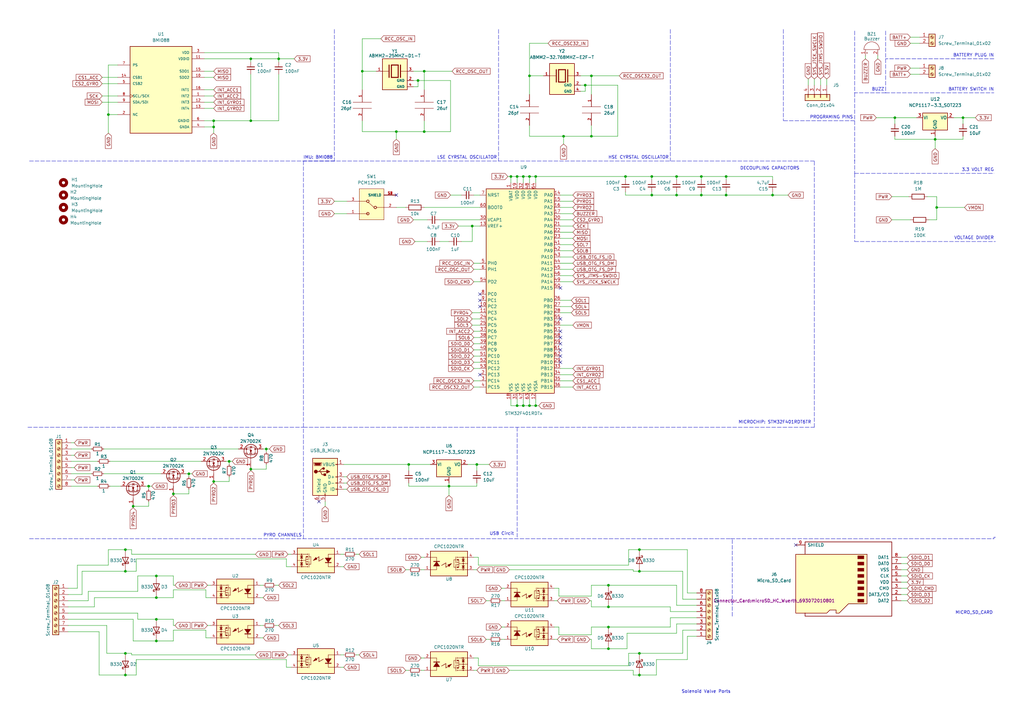
<source format=kicad_sch>
(kicad_sch (version 20211123) (generator eeschema)
  (paper "A3")
  (junction (at 162.56 53.975))
  (junction (at 287.655 72.39))
  (junction (at 394.97 48.26))
  (junction (at 173.99 53.975))
  (junction (at 51.435 234.315))
  (junction (at 87.63 52.07))
  (junction (at 249.555 248.92))
  (junction (at 249.555 266.065))
  (junction (at 297.815 80.01))
  (junction (at 231.14 55.88))
  (junction (at 93.98 189.23))
  (junction (at 173.99 29.21))
  (junction (at 209.55 72.39))
  (junction (at 171.45 33.02))
  (junction (at 114.3 24.13))
  (junction (at 102.87 24.13))
  (junction (at 262.255 276.86))
  (junction (at 87.63 197.485))
  (junction (at 102.87 192.405))
  (junction (at 64.135 262.89))
  (junction (at 44.45 46.99))
  (junction (at 217.17 166.37))
  (junction (at 64.135 245.11))
  (junction (at 316.865 80.01))
  (junction (at 212.09 72.39))
  (junction (at 267.335 80.01))
  (junction (at 167.64 190.5))
  (junction (at 212.09 166.37))
  (junction (at 384.175 85.09))
  (junction (at 51.435 276.86))
  (junction (at 214.63 72.39))
  (junction (at 51.435 225.425))
  (junction (at 219.71 166.37))
  (junction (at 102.87 49.53))
  (junction (at 184.15 199.39))
  (junction (at 242.57 31.115))
  (junction (at 262.255 225.425))
  (junction (at 219.71 72.39))
  (junction (at 267.335 72.39))
  (junction (at 60.96 199.39))
  (junction (at 262.255 234.315))
  (junction (at 277.495 72.39))
  (junction (at 242.57 55.88))
  (junction (at 77.47 194.31))
  (junction (at 64.135 236.22))
  (junction (at 54.61 207.645))
  (junction (at 277.495 80.01))
  (junction (at 287.655 80.01))
  (junction (at 383.54 57.15))
  (junction (at 193.675 92.71))
  (junction (at 297.815 72.39))
  (junction (at 64.135 254))
  (junction (at 367.03 48.26))
  (junction (at 249.555 240.03))
  (junction (at 256.54 72.39))
  (junction (at 249.555 257.175))
  (junction (at 214.63 166.37))
  (junction (at 240.03 34.925))
  (junction (at 109.22 184.15))
  (junction (at 148.59 29.21))
  (junction (at 195.58 190.5))
  (junction (at 262.255 267.97))
  (junction (at 217.17 31.115))
  (junction (at 71.12 202.565))
  (junction (at 51.435 267.97))
  (junction (at 87.63 49.53))
  (junction (at 217.17 72.39))
  (no_connect (at 229.87 118.11))
  (no_connect (at 229.87 146.05))
  (no_connect (at 196.85 123.19))
  (no_connect (at 196.85 153.67))
  (no_connect (at 229.87 130.81))
  (no_connect (at 130.81 205.74))
  (no_connect (at 196.85 125.73))
  (no_connect (at 229.87 140.97))
  (no_connect (at 229.87 143.51))
  (no_connect (at 196.85 120.65))
  (no_connect (at 229.87 138.43))
  (no_connect (at 162.56 80.01))
  (no_connect (at 229.87 148.59))
  (no_connect (at 326.39 223.52))
  (no_connect (at 229.87 135.89))
  (wire (pts (xy 287.655 78.74) (xy 287.655 80.01)))
  (wire (pts (xy 257.81 273.05) (xy 257.81 267.97)))
  (wire (pts (xy 114.3 24.13) (xy 114.3 25.4)))
  (wire (pts (xy 229.235 244.475) (xy 242.57 244.475)))
  (wire (pts (xy 217.17 17.78) (xy 224.79 17.78)))
  (wire (pts (xy 71.12 256.54) (xy 71.12 254)))
  (wire (pts (xy 217.17 51.435) (xy 217.17 55.88)))
  (wire (pts (xy 262.255 267.97) (xy 262.255 268.605)))
  (wire (pts (xy 167.64 198.12) (xy 167.64 199.39)))
  (wire (pts (xy 171.45 33.02) (xy 171.45 35.56)))
  (wire (pts (xy 242.57 55.88) (xy 242.57 51.435)))
  (wire (pts (xy 109.22 192.405) (xy 109.22 190.5)))
  (wire (pts (xy 44.45 225.425) (xy 51.435 225.425)))
  (wire (pts (xy 229.87 133.35) (xy 234.95 133.35)))
  (wire (pts (xy 249.555 240.03) (xy 242.57 240.03)))
  (wire (pts (xy 217.17 31.115) (xy 222.885 31.115)))
  (wire (pts (xy 274.955 250.825) (xy 274.955 248.92)))
  (wire (pts (xy 194.31 156.21) (xy 196.85 156.21)))
  (wire (pts (xy 196.85 90.17) (xy 180.34 90.17)))
  (wire (pts (xy 207.01 262.255) (xy 205.74 262.255)))
  (wire (pts (xy 242.57 246.38) (xy 242.57 248.92)))
  (wire (pts (xy 359.41 48.26) (xy 367.03 48.26)))
  (wire (pts (xy 240.03 37.465) (xy 238.125 37.465)))
  (wire (pts (xy 194.31 80.01) (xy 196.85 80.01)))
  (wire (pts (xy 242.57 260.35) (xy 242.57 257.175)))
  (polyline (pts (xy 124.46 175.26) (xy 334.01 175.26)))
  (wire (pts (xy 217.17 72.39) (xy 214.63 72.39)))
  (wire (pts (xy 169.545 29.21) (xy 173.99 29.21)))
  (wire (pts (xy 285.75 250.825) (xy 274.955 250.825)))
  (wire (pts (xy 184.15 199.39) (xy 195.58 199.39)))
  (wire (pts (xy 195.58 233.68) (xy 194.31 233.68)))
  (wire (pts (xy 196.215 273.05) (xy 257.81 273.05)))
  (wire (pts (xy 195.58 274.955) (xy 194.31 274.955)))
  (wire (pts (xy 148.59 36.83) (xy 148.59 29.21)))
  (wire (pts (xy 171.45 33.02) (xy 184.785 33.02)))
  (wire (pts (xy 27.94 259.08) (xy 40.64 259.08)))
  (wire (pts (xy 77.47 194.31) (xy 78.74 194.31)))
  (wire (pts (xy 56.515 236.22) (xy 64.135 236.22)))
  (wire (pts (xy 229.235 260.35) (xy 242.57 260.35)))
  (polyline (pts (xy 212.09 175.26) (xy 212.09 220.98)))
  (wire (pts (xy 113.03 256.54) (xy 114.3 256.54)))
  (wire (pts (xy 196.215 228.6) (xy 196.215 231.775)))
  (wire (pts (xy 71.12 254) (xy 64.135 254)))
  (wire (pts (xy 171.45 35.56) (xy 169.545 35.56)))
  (polyline (pts (xy 407.67 24.13) (xy 363.22 24.13)))
  (wire (pts (xy 43.815 256.54) (xy 43.815 267.97)))
  (wire (pts (xy 54.61 207.645) (xy 60.96 207.645)))
  (wire (pts (xy 140.97 200.66) (xy 142.24 200.66)))
  (wire (pts (xy 102.87 30.48) (xy 102.87 49.53)))
  (wire (pts (xy 384.175 80.645) (xy 384.175 85.09)))
  (wire (pts (xy 29.21 181.61) (xy 30.48 181.61)))
  (wire (pts (xy 102.87 25.4) (xy 102.87 24.13)))
  (wire (pts (xy 146.05 227.33) (xy 147.32 227.33)))
  (wire (pts (xy 287.655 72.39) (xy 297.815 72.39)))
  (wire (pts (xy 31.75 241.3) (xy 31.75 231.775)))
  (wire (pts (xy 316.865 80.01) (xy 323.215 80.01)))
  (wire (pts (xy 148.59 15.875) (xy 156.21 15.875)))
  (wire (pts (xy 107.95 184.15) (xy 109.22 184.15)))
  (wire (pts (xy 229.87 113.03) (xy 234.95 113.03)))
  (wire (pts (xy 249.555 240.03) (xy 249.555 240.665)))
  (wire (pts (xy 60.96 199.39) (xy 60.96 200.66)))
  (wire (pts (xy 281.94 243.205) (xy 281.94 225.425)))
  (wire (pts (xy 33.655 243.84) (xy 33.655 234.315)))
  (wire (pts (xy 367.03 57.15) (xy 383.54 57.15)))
  (wire (pts (xy 336.55 32.385) (xy 336.55 34.925)))
  (wire (pts (xy 229.235 241.3) (xy 229.235 244.475)))
  (wire (pts (xy 117.475 229.235) (xy 55.88 229.235)))
  (wire (pts (xy 267.335 78.74) (xy 267.335 80.01)))
  (wire (pts (xy 241.935 262.255) (xy 242.57 262.255)))
  (wire (pts (xy 83.82 31.75) (xy 87.63 31.75)))
  (wire (pts (xy 193.675 128.27) (xy 196.85 128.27)))
  (wire (pts (xy 54.61 262.89) (xy 64.135 262.89)))
  (wire (pts (xy 173.99 269.875) (xy 172.72 269.875)))
  (wire (pts (xy 193.675 133.35) (xy 196.85 133.35)))
  (wire (pts (xy 256.54 78.74) (xy 256.54 80.01)))
  (wire (pts (xy 29.21 199.39) (xy 40.005 199.39)))
  (wire (pts (xy 53.975 225.425) (xy 51.435 225.425)))
  (wire (pts (xy 195.58 198.12) (xy 195.58 199.39)))
  (wire (pts (xy 256.54 80.01) (xy 267.335 80.01)))
  (wire (pts (xy 56.515 242.57) (xy 56.515 236.22)))
  (polyline (pts (xy 12.065 220.98) (xy 300.355 220.98)))
  (wire (pts (xy 196.215 269.875) (xy 196.215 273.05)))
  (wire (pts (xy 259.715 234.315) (xy 262.255 234.315)))
  (wire (pts (xy 277.495 248.285) (xy 277.495 240.03)))
  (wire (pts (xy 41.91 31.75) (xy 48.26 31.75)))
  (wire (pts (xy 280.035 245.745) (xy 280.035 234.315)))
  (wire (pts (xy 369.57 233.68) (xy 372.11 233.68)))
  (wire (pts (xy 71.12 240.03) (xy 71.12 236.22)))
  (wire (pts (xy 167.64 274.955) (xy 166.37 274.955)))
  (wire (pts (xy 354.965 22.86) (xy 354.965 24.13)))
  (wire (pts (xy 48.26 46.99) (xy 44.45 46.99)))
  (wire (pts (xy 267.335 72.39) (xy 277.495 72.39)))
  (wire (pts (xy 208.915 274.955) (xy 259.715 274.955)))
  (wire (pts (xy 45.085 199.39) (xy 49.53 199.39)))
  (wire (pts (xy 277.495 255.905) (xy 277.495 259.715)))
  (wire (pts (xy 217.17 38.735) (xy 217.17 31.115)))
  (wire (pts (xy 229.87 100.33) (xy 234.95 100.33)))
  (wire (pts (xy 287.655 72.39) (xy 287.655 73.66)))
  (wire (pts (xy 87.63 49.53) (xy 87.63 52.07)))
  (wire (pts (xy 297.815 72.39) (xy 297.815 73.66)))
  (wire (pts (xy 269.24 270.51) (xy 269.24 276.86)))
  (wire (pts (xy 231.14 55.88) (xy 231.14 59.055)))
  (wire (pts (xy 262.255 234.315) (xy 262.255 233.68)))
  (wire (pts (xy 51.435 276.86) (xy 55.88 276.86)))
  (wire (pts (xy 195.58 190.5) (xy 200.66 190.5)))
  (polyline (pts (xy 299.72 220.98) (xy 407.67 220.98)))
  (wire (pts (xy 189.23 99.06) (xy 193.675 99.06)))
  (wire (pts (xy 281.94 270.51) (xy 269.24 270.51)))
  (wire (pts (xy 83.82 44.45) (xy 87.63 44.45)))
  (wire (pts (xy 55.88 229.235) (xy 55.88 234.315)))
  (wire (pts (xy 229.87 90.17) (xy 234.95 90.17)))
  (wire (pts (xy 109.22 184.15) (xy 110.49 184.15)))
  (wire (pts (xy 84.455 258.445) (xy 71.12 258.445)))
  (polyline (pts (xy 124.46 66.04) (xy 124.46 175.26)))
  (wire (pts (xy 280.035 234.315) (xy 262.255 234.315)))
  (wire (pts (xy 369.57 236.22) (xy 372.11 236.22)))
  (polyline (pts (xy 350.52 38.1) (xy 350.52 71.12)))
  (wire (pts (xy 71.12 241.935) (xy 71.12 245.11)))
  (wire (pts (xy 169.545 33.02) (xy 171.45 33.02)))
  (wire (pts (xy 139.7 273.685) (xy 140.97 273.685)))
  (wire (pts (xy 365.76 90.17) (xy 373.38 90.17)))
  (wire (pts (xy 191.77 190.5) (xy 195.58 190.5)))
  (wire (pts (xy 83.82 52.07) (xy 87.63 52.07)))
  (wire (pts (xy 42.545 194.31) (xy 66.04 194.31)))
  (wire (pts (xy 173.99 233.68) (xy 172.72 233.68)))
  (polyline (pts (xy 321.31 12.065) (xy 321.31 49.53)))
  (wire (pts (xy 184.15 199.39) (xy 184.15 203.2)))
  (polyline (pts (xy 363.22 38.1) (xy 407.67 38.1)))
  (wire (pts (xy 148.59 49.53) (xy 148.59 53.975)))
  (wire (pts (xy 227.33 241.3) (xy 229.235 241.3)))
  (wire (pts (xy 64.135 245.11) (xy 71.12 245.11)))
  (polyline (pts (xy 350.52 99.06) (xy 408.305 99.06)))
  (wire (pts (xy 229.87 125.73) (xy 234.315 125.73)))
  (wire (pts (xy 167.64 233.68) (xy 166.37 233.68)))
  (wire (pts (xy 214.63 74.93) (xy 214.63 72.39)))
  (wire (pts (xy 285.75 255.905) (xy 277.495 255.905)))
  (wire (pts (xy 64.135 262.89) (xy 71.12 262.89)))
  (wire (pts (xy 249.555 257.175) (xy 242.57 257.175)))
  (wire (pts (xy 51.435 225.425) (xy 51.435 226.06)))
  (wire (pts (xy 93.98 189.23) (xy 95.25 189.23)))
  (wire (pts (xy 207.01 241.3) (xy 205.74 241.3)))
  (wire (pts (xy 262.255 276.86) (xy 262.255 276.225)))
  (wire (pts (xy 373.38 15.24) (xy 377.19 15.24)))
  (wire (pts (xy 194.31 135.89) (xy 196.85 135.89)))
  (wire (pts (xy 193.675 130.81) (xy 196.85 130.81)))
  (wire (pts (xy 194.31 107.95) (xy 196.85 107.95)))
  (wire (pts (xy 87.63 52.07) (xy 87.63 54.61)))
  (wire (pts (xy 194.31 269.875) (xy 196.215 269.875)))
  (wire (pts (xy 217.17 166.37) (xy 219.71 166.37)))
  (wire (pts (xy 38.735 248.92) (xy 38.735 245.11)))
  (wire (pts (xy 219.71 72.39) (xy 256.54 72.39)))
  (wire (pts (xy 242.57 244.475) (xy 242.57 240.03)))
  (wire (pts (xy 316.865 73.66) (xy 316.865 72.39)))
  (polyline (pts (xy 350.52 71.12) (xy 407.67 71.12)))
  (wire (pts (xy 231.14 55.88) (xy 242.57 55.88)))
  (wire (pts (xy 51.435 234.315) (xy 51.435 233.68)))
  (wire (pts (xy 384.175 90.17) (xy 384.175 85.09)))
  (wire (pts (xy 83.82 29.21) (xy 87.63 29.21)))
  (wire (pts (xy 277.495 80.01) (xy 287.655 80.01)))
  (wire (pts (xy 229.87 85.09) (xy 234.95 85.09)))
  (wire (pts (xy 140.97 198.12) (xy 142.24 198.12)))
  (wire (pts (xy 229.87 97.79) (xy 234.95 97.79)))
  (wire (pts (xy 102.87 191.77) (xy 102.87 192.405)))
  (wire (pts (xy 373.38 17.78) (xy 377.19 17.78)))
  (wire (pts (xy 173.99 274.955) (xy 172.72 274.955)))
  (wire (pts (xy 194.31 158.75) (xy 196.85 158.75)))
  (wire (pts (xy 207.01 257.175) (xy 205.74 257.175)))
  (wire (pts (xy 133.35 205.74) (xy 133.35 207.645)))
  (wire (pts (xy 365.76 80.645) (xy 372.745 80.645)))
  (wire (pts (xy 280.035 258.445) (xy 280.035 267.97)))
  (wire (pts (xy 209.55 166.37) (xy 212.09 166.37)))
  (wire (pts (xy 194.31 110.49) (xy 196.85 110.49)))
  (wire (pts (xy 285.75 260.985) (xy 281.94 260.985)))
  (wire (pts (xy 41.91 41.91) (xy 48.26 41.91)))
  (wire (pts (xy 196.215 231.775) (xy 257.81 231.775)))
  (wire (pts (xy 41.91 34.29) (xy 48.26 34.29)))
  (wire (pts (xy 77.47 202.565) (xy 77.47 200.66)))
  (wire (pts (xy 249.555 248.92) (xy 249.555 248.285)))
  (wire (pts (xy 64.135 236.22) (xy 64.135 236.855)))
  (wire (pts (xy 257.81 267.97) (xy 262.255 267.97)))
  (wire (pts (xy 369.57 238.76) (xy 372.11 238.76)))
  (wire (pts (xy 277.495 78.74) (xy 277.495 80.01)))
  (wire (pts (xy 59.69 199.39) (xy 60.96 199.39)))
  (wire (pts (xy 212.09 166.37) (xy 214.63 166.37)))
  (wire (pts (xy 170.18 99.06) (xy 175.26 99.06)))
  (wire (pts (xy 56.515 251.46) (xy 56.515 254)))
  (wire (pts (xy 253.365 55.88) (xy 242.57 55.88)))
  (wire (pts (xy 297.815 78.74) (xy 297.815 80.01)))
  (wire (pts (xy 281.94 260.985) (xy 281.94 270.51)))
  (wire (pts (xy 229.87 80.01) (xy 234.95 80.01)))
  (wire (pts (xy 217.17 55.88) (xy 231.14 55.88)))
  (wire (pts (xy 257.175 259.715) (xy 257.175 266.065)))
  (wire (pts (xy 394.97 48.26) (xy 394.97 50.8)))
  (wire (pts (xy 114.3 49.53) (xy 114.3 30.48)))
  (wire (pts (xy 240.03 34.925) (xy 253.365 34.925)))
  (wire (pts (xy 60.96 199.39) (xy 62.23 199.39)))
  (wire (pts (xy 85.09 256.54) (xy 86.36 256.54)))
  (wire (pts (xy 369.57 241.3) (xy 372.11 241.3)))
  (wire (pts (xy 229.87 87.63) (xy 234.95 87.63)))
  (wire (pts (xy 64.135 245.11) (xy 64.135 244.475)))
  (wire (pts (xy 195.58 190.5) (xy 195.58 193.04)))
  (wire (pts (xy 241.935 246.38) (xy 242.57 246.38)))
  (wire (pts (xy 369.57 246.38) (xy 372.11 246.38)))
  (wire (pts (xy 219.71 74.93) (xy 219.71 72.39)))
  (wire (pts (xy 277.495 259.715) (xy 257.175 259.715)))
  (wire (pts (xy 249.555 240.03) (xy 277.495 240.03)))
  (wire (pts (xy 229.87 105.41) (xy 234.95 105.41)))
  (wire (pts (xy 84.455 241.935) (xy 71.12 241.935)))
  (polyline (pts (xy 363.22 38.1) (xy 350.52 38.1)))
  (wire (pts (xy 102.87 24.13) (xy 114.3 24.13)))
  (polyline (pts (xy 11.43 175.26) (xy 124.46 175.26)))
  (wire (pts (xy 140.97 195.58) (xy 142.24 195.58)))
  (wire (pts (xy 229.87 110.49) (xy 234.95 110.49)))
  (wire (pts (xy 274.955 253.365) (xy 274.955 257.175)))
  (wire (pts (xy 360.045 22.86) (xy 360.045 24.13)))
  (wire (pts (xy 139.7 232.41) (xy 140.97 232.41)))
  (wire (pts (xy 367.03 48.26) (xy 367.03 50.8)))
  (wire (pts (xy 285.75 248.285) (xy 277.495 248.285)))
  (wire (pts (xy 214.63 163.83) (xy 214.63 166.37)))
  (wire (pts (xy 297.815 80.01) (xy 316.865 80.01)))
  (wire (pts (xy 27.94 256.54) (xy 43.815 256.54)))
  (wire (pts (xy 193.675 99.06) (xy 193.675 92.71)))
  (wire (pts (xy 54.61 254) (xy 54.61 262.89)))
  (wire (pts (xy 44.45 26.67) (xy 44.45 46.99)))
  (wire (pts (xy 83.82 49.53) (xy 87.63 49.53)))
  (wire (pts (xy 71.12 258.445) (xy 71.12 262.89)))
  (wire (pts (xy 104.775 227.33) (xy 53.975 227.33)))
  (polyline (pts (xy 12.065 66.04) (xy 137.16 66.04)))
  (wire (pts (xy 117.475 273.685) (xy 117.475 270.51)))
  (wire (pts (xy 194.31 140.97) (xy 196.85 140.97)))
  (wire (pts (xy 117.475 232.41) (xy 117.475 229.235)))
  (wire (pts (xy 242.57 31.115) (xy 254 31.115)))
  (wire (pts (xy 106.68 256.54) (xy 107.95 256.54)))
  (wire (pts (xy 140.97 190.5) (xy 167.64 190.5)))
  (wire (pts (xy 394.97 48.26) (xy 400.05 48.26)))
  (wire (pts (xy 44.45 46.99) (xy 44.45 54.61)))
  (wire (pts (xy 118.11 227.33) (xy 119.38 227.33)))
  (wire (pts (xy 64.135 262.89) (xy 64.135 262.255)))
  (wire (pts (xy 200.66 262.255) (xy 199.39 262.255)))
  (wire (pts (xy 257.81 225.425) (xy 262.255 225.425)))
  (wire (pts (xy 369.57 228.6) (xy 372.11 228.6)))
  (wire (pts (xy 113.03 240.03) (xy 114.3 240.03)))
  (wire (pts (xy 27.94 251.46) (xy 56.515 251.46)))
  (wire (pts (xy 208.915 233.68) (xy 259.715 233.68)))
  (polyline (pts (xy 274.955 12.065) (xy 274.955 66.04)))
  (wire (pts (xy 119.38 273.685) (xy 117.475 273.685)))
  (wire (pts (xy 102.87 192.405) (xy 102.87 193.04)))
  (wire (pts (xy 104.775 268.605) (xy 53.975 268.605)))
  (wire (pts (xy 285.75 253.365) (xy 274.955 253.365)))
  (wire (pts (xy 86.36 261.62) (xy 84.455 261.62)))
  (wire (pts (xy 297.815 72.39) (xy 316.865 72.39)))
  (polyline (pts (xy 334.01 66.04) (xy 124.46 66.04)))
  (wire (pts (xy 394.97 55.88) (xy 394.97 57.15)))
  (wire (pts (xy 217.17 163.83) (xy 217.17 166.37)))
  (wire (pts (xy 228.6 246.38) (xy 227.33 246.38)))
  (wire (pts (xy 173.99 29.21) (xy 185.42 29.21)))
  (wire (pts (xy 277.495 72.39) (xy 287.655 72.39)))
  (polyline (pts (xy 350.52 71.12) (xy 350.52 99.06)))
  (wire (pts (xy 212.09 163.83) (xy 212.09 166.37)))
  (wire (pts (xy 212.09 74.93) (xy 212.09 72.39)))
  (wire (pts (xy 238.125 31.115) (xy 242.57 31.115)))
  (wire (pts (xy 212.09 72.39) (xy 209.55 72.39)))
  (wire (pts (xy 207.01 246.38) (xy 205.74 246.38)))
  (wire (pts (xy 194.31 151.13) (xy 196.85 151.13)))
  (wire (pts (xy 262.255 225.425) (xy 262.255 226.06)))
  (wire (pts (xy 29.21 184.15) (xy 37.465 184.15)))
  (wire (pts (xy 71.12 236.22) (xy 64.135 236.22)))
  (wire (pts (xy 256.54 73.66) (xy 256.54 72.39)))
  (wire (pts (xy 229.87 102.87) (xy 234.95 102.87)))
  (wire (pts (xy 367.03 48.26) (xy 375.92 48.26)))
  (wire (pts (xy 209.55 72.39) (xy 209.55 74.93)))
  (wire (pts (xy 27.94 246.38) (xy 36.195 246.38)))
  (wire (pts (xy 219.71 166.37) (xy 220.98 166.37)))
  (wire (pts (xy 38.735 245.11) (xy 64.135 245.11)))
  (wire (pts (xy 137.16 82.55) (xy 142.24 82.55)))
  (polyline (pts (xy 407.67 220.98) (xy 407.67 220.345)))
  (wire (pts (xy 229.87 153.67) (xy 234.95 153.67)))
  (wire (pts (xy 40.64 276.86) (xy 51.435 276.86)))
  (wire (pts (xy 242.57 266.065) (xy 249.555 266.065)))
  (wire (pts (xy 102.87 49.53) (xy 114.3 49.53)))
  (wire (pts (xy 29.21 196.85) (xy 30.48 196.85)))
  (wire (pts (xy 267.335 72.39) (xy 267.335 73.66)))
  (wire (pts (xy 383.54 57.15) (xy 394.97 57.15)))
  (wire (pts (xy 106.68 240.03) (xy 107.95 240.03)))
  (polyline (pts (xy 124.46 220.98) (xy 124.46 175.26)))
  (wire (pts (xy 316.865 78.74) (xy 316.865 80.01)))
  (wire (pts (xy 71.12 201.93) (xy 71.12 202.565)))
  (wire (pts (xy 71.755 256.54) (xy 71.12 256.54)))
  (wire (pts (xy 53.975 268.605) (xy 53.975 267.97)))
  (wire (pts (xy 339.09 32.385) (xy 339.09 34.925)))
  (wire (pts (xy 87.63 196.85) (xy 87.63 197.485)))
  (wire (pts (xy 229.87 156.21) (xy 234.95 156.21)))
  (wire (pts (xy 383.54 57.15) (xy 383.54 60.96)))
  (wire (pts (xy 184.15 198.12) (xy 184.15 199.39)))
  (wire (pts (xy 162.56 85.09) (xy 166.37 85.09)))
  (wire (pts (xy 83.82 21.59) (xy 114.3 21.59)))
  (wire (pts (xy 373.38 27.94) (xy 377.19 27.94)))
  (polyline (pts (xy 350.52 49.53) (xy 321.31 49.53)))
  (polyline (pts (xy 350.52 66.04) (xy 350.52 65.405)))
  (wire (pts (xy 41.91 39.37) (xy 48.26 39.37)))
  (wire (pts (xy 194.31 138.43) (xy 196.85 138.43)))
  (wire (pts (xy 249.555 266.065) (xy 249.555 265.43)))
  (wire (pts (xy 253.365 34.925) (xy 253.365 55.88)))
  (wire (pts (xy 71.12 202.565) (xy 71.12 203.2)))
  (wire (pts (xy 257.81 231.775) (xy 257.81 225.425)))
  (wire (pts (xy 391.16 48.26) (xy 394.97 48.26)))
  (wire (pts (xy 214.63 166.37) (xy 217.17 166.37)))
  (wire (pts (xy 259.715 274.955) (xy 259.715 276.86)))
  (wire (pts (xy 380.365 80.645) (xy 384.175 80.645)))
  (wire (pts (xy 269.24 276.86) (xy 262.255 276.86)))
  (wire (pts (xy 217.17 74.93) (xy 217.17 72.39)))
  (wire (pts (xy 280.035 267.97) (xy 262.255 267.97)))
  (wire (pts (xy 208.28 72.39) (xy 209.55 72.39)))
  (wire (pts (xy 229.87 115.57) (xy 234.95 115.57)))
  (wire (pts (xy 229.87 82.55) (xy 234.95 82.55)))
  (wire (pts (xy 139.7 227.33) (xy 140.97 227.33)))
  (wire (pts (xy 259.715 233.68) (xy 259.715 234.315)))
  (wire (pts (xy 259.715 276.86) (xy 262.255 276.86)))
  (wire (pts (xy 51.435 276.86) (xy 51.435 276.225)))
  (wire (pts (xy 86.36 245.11) (xy 84.455 245.11)))
  (wire (pts (xy 29.21 189.23) (xy 40.005 189.23)))
  (polyline (pts (xy 407.67 220.345) (xy 408.305 220.345)))
  (wire (pts (xy 27.94 248.92) (xy 38.735 248.92)))
  (wire (pts (xy 48.26 26.67) (xy 44.45 26.67)))
  (wire (pts (xy 184.785 80.01) (xy 189.23 80.01)))
  (wire (pts (xy 109.22 184.15) (xy 109.22 185.42)))
  (wire (pts (xy 45.085 189.23) (xy 82.55 189.23)))
  (wire (pts (xy 93.98 197.485) (xy 93.98 195.58)))
  (wire (pts (xy 285.75 258.445) (xy 280.035 258.445)))
  (wire (pts (xy 53.975 227.33) (xy 53.975 225.425)))
  (wire (pts (xy 93.98 189.23) (xy 93.98 190.5)))
  (wire (pts (xy 53.975 267.97) (xy 51.435 267.97)))
  (wire (pts (xy 267.335 80.01) (xy 277.495 80.01)))
  (wire (pts (xy 148.59 29.21) (xy 148.59 15.875)))
  (wire (pts (xy 262.255 277.495) (xy 262.255 276.86)))
  (wire (pts (xy 242.57 248.92) (xy 249.555 248.92)))
  (wire (pts (xy 249.555 257.175) (xy 249.555 257.81)))
  (wire (pts (xy 229.87 95.25) (xy 234.95 95.25)))
  (wire (pts (xy 228.6 262.255) (xy 227.33 262.255)))
  (wire (pts (xy 240.03 34.925) (xy 240.03 37.465)))
  (polyline (pts (xy 334.01 175.26) (xy 334.01 66.04)))
  (wire (pts (xy 162.56 53.975) (xy 173.99 53.975)))
  (wire (pts (xy 55.88 234.315) (xy 51.435 234.315)))
  (wire (pts (xy 119.38 232.41) (xy 117.475 232.41)))
  (wire (pts (xy 173.99 85.09) (xy 196.85 85.09)))
  (polyline (pts (xy 350.52 12.7) (xy 350.52 38.1)))
  (wire (pts (xy 373.38 30.48) (xy 377.19 30.48)))
  (wire (pts (xy 84.455 245.11) (xy 84.455 241.935)))
  (wire (pts (xy 209.55 163.83) (xy 209.55 166.37)))
  (wire (pts (xy 64.135 254) (xy 64.135 254.635)))
  (wire (pts (xy 36.195 246.38) (xy 36.195 242.57)))
  (wire (pts (xy 274.955 257.175) (xy 249.555 257.175)))
  (wire (pts (xy 83.82 41.91) (xy 87.63 41.91)))
  (wire (pts (xy 229.87 128.27) (xy 234.315 128.27)))
  (wire (pts (xy 60.96 207.645) (xy 60.96 205.74)))
  (wire (pts (xy 257.175 266.065) (xy 249.555 266.065)))
  (wire (pts (xy 193.675 92.71) (xy 196.85 92.71)))
  (wire (pts (xy 27.94 241.3) (xy 31.75 241.3)))
  (wire (pts (xy 242.57 38.735) (xy 242.57 31.115)))
  (wire (pts (xy 173.99 53.975) (xy 173.99 49.53)))
  (wire (pts (xy 162.56 53.975) (xy 162.56 57.15)))
  (wire (pts (xy 217.17 31.115) (xy 217.17 17.78)))
  (wire (pts (xy 117.475 270.51) (xy 55.88 270.51)))
  (wire (pts (xy 44.45 231.775) (xy 44.45 225.425)))
  (wire (pts (xy 249.555 248.92) (xy 274.955 248.92)))
  (wire (pts (xy 77.47 194.31) (xy 77.47 195.58)))
  (wire (pts (xy 27.94 243.84) (xy 33.655 243.84)))
  (wire (pts (xy 369.57 231.14) (xy 372.11 231.14)))
  (wire (pts (xy 31.75 231.775) (xy 44.45 231.775)))
  (wire (pts (xy 219.71 72.39) (xy 217.17 72.39)))
  (wire (pts (xy 27.94 254) (xy 54.61 254)))
  (wire (pts (xy 87.63 49.53) (xy 102.87 49.53)))
  (wire (pts (xy 229.87 151.13) (xy 234.95 151.13)))
  (wire (pts (xy 229.235 257.175) (xy 229.235 260.35)))
  (wire (pts (xy 194.31 228.6) (xy 196.215 228.6)))
  (wire (pts (xy 214.63 72.39) (xy 212.09 72.39)))
  (wire (pts (xy 102.87 24.13) (xy 83.82 24.13)))
  (wire (pts (xy 229.87 107.95) (xy 234.95 107.95)))
  (wire (pts (xy 83.82 39.37) (xy 87.63 39.37)))
  (wire (pts (xy 173.99 36.83) (xy 173.99 29.21)))
  (wire (pts (xy 55.88 270.51) (xy 55.88 276.86)))
  (wire (pts (xy 194.31 146.05) (xy 196.85 146.05)))
  (wire (pts (xy 229.87 158.75) (xy 234.95 158.75)))
  (wire (pts (xy 83.82 36.83) (xy 87.63 36.83)))
  (wire (pts (xy 42.545 184.15) (xy 97.79 184.15)))
  (wire (pts (xy 87.63 197.485) (xy 87.63 198.12)))
  (wire (pts (xy 229.87 123.19) (xy 234.315 123.19)))
  (wire (pts (xy 139.7 268.605) (xy 140.97 268.605)))
  (wire (pts (xy 285.75 245.745) (xy 280.035 245.745)))
  (wire (pts (xy 169.545 90.17) (xy 175.26 90.17)))
  (wire (pts (xy 76.2 194.31) (xy 77.47 194.31)))
  (polyline (pts (xy 363.22 12.7) (xy 363.22 38.1)))
  (wire (pts (xy 167.64 199.39) (xy 184.15 199.39)))
  (wire (pts (xy 118.11 268.605) (xy 119.38 268.605)))
  (wire (pts (xy 256.54 72.39) (xy 267.335 72.39)))
  (wire (pts (xy 383.54 55.88) (xy 383.54 57.15)))
  (wire (pts (xy 87.63 197.485) (xy 93.98 197.485)))
  (wire (pts (xy 287.655 80.01) (xy 297.815 80.01)))
  (wire (pts (xy 102.87 192.405) (xy 109.22 192.405)))
  (wire (pts (xy 148.59 29.21) (xy 154.305 29.21)))
  (wire (pts (xy 194.31 143.51) (xy 196.85 143.51)))
  (wire (pts (xy 331.47 32.385) (xy 331.47 34.925)))
  (wire (pts (xy 285.75 243.205) (xy 281.94 243.205)))
  (wire (pts (xy 29.21 186.69) (xy 30.48 186.69)))
  (wire (pts (xy 167.64 190.5) (xy 167.64 193.04)))
  (wire (pts (xy 173.99 228.6) (xy 172.72 228.6)))
  (wire (pts (xy 262.255 225.425) (xy 281.94 225.425)))
  (wire (pts (xy 114.3 24.13) (xy 120.65 24.13)))
  (wire (pts (xy 114.3 21.59) (xy 114.3 24.13)))
  (wire (pts (xy 84.455 261.62) (xy 84.455 258.445)))
  (wire (pts (xy 33.655 234.315) (xy 51.435 234.315)))
  (wire (pts (xy 29.21 194.31) (xy 37.465 194.31)))
  (wire (pts (xy 384.175 85.09) (xy 395.605 85.09)))
  (wire (pts (xy 137.16 87.63) (xy 142.24 87.63)))
  (wire (pts (xy 167.64 190.5) (xy 176.53 190.5)))
  (wire (pts (xy 54.61 207.01) (xy 54.61 207.645)))
  (wire (pts (xy 29.21 191.77) (xy 30.48 191.77)))
  (wire (pts (xy 200.66 246.38) (xy 199.39 246.38)))
  (wire (pts (xy 242.57 262.255) (xy 242.57 266.065)))
  (wire (pts (xy 277.495 72.39) (xy 277.495 73.66)))
  (wire (pts (xy 56.515 254) (xy 64.135 254)))
  (wire (pts (xy 180.34 99.06) (xy 184.15 99.06)))
  (wire (pts (xy 184.785 33.02) (xy 184.785 53.975)))
  (wire (pts (xy 227.33 257.175) (xy 229.235 257.175)))
  (wire (pts (xy 219.71 163.83) (xy 219.71 166.37)))
  (polyline (pts (xy 204.47 12.065) (xy 204.47 66.04)))
  (wire (pts (xy 54.61 207.645) (xy 54.61 208.28)))
  (wire (pts (xy 148.59 53.975) (xy 162.56 53.975)))
  (wire (pts (xy 36.195 242.57) (xy 56.515 242.57)))
  (wire (pts (xy 40.64 259.08) (xy 40.64 276.86)))
  (polyline (pts (xy 137.16 12.065) (xy 137.16 66.04)))
  (polyline (pts (xy 300.355 252.73) (xy 300.355 220.98)))
  (wire (pts (xy 92.71 189.23) (xy 93.98 189.23)))
  (wire (pts (xy 71.12 202.565) (xy 77.47 202.565)))
  (wire (pts (xy 106.68 261.62) (xy 107.95 261.62)))
  (wire (pts (xy 229.87 92.71) (xy 234.95 92.71)))
  (wire (pts (xy 334.01 32.385) (xy 334.01 34.925)))
  (wire (pts (xy 43.815 267.97) (xy 51.435 267.97)))
  (wire (pts (xy 187.96 92.71) (xy 193.675 92.71)))
  (wire (pts (xy 238.125 34.925) (xy 240.03 34.925)))
  (wire (pts (xy 146.05 268.605) (xy 147.32 268.605)))
  (wire (pts (xy 106.68 245.11) (xy 107.95 245.11)))
  (wire (pts (xy 85.09 240.03) (xy 86.36 240.03)))
  (wire (pts (xy 194.31 115.57) (xy 196.85 115.57)))
  (wire (pts (xy 51.435 267.97) (xy 51.435 268.605)))
  (wire (pts (xy 367.03 55.88) (xy 367.03 57.15)))
  (wire (pts (xy 194.31 148.59) (xy 196.85 148.59)))
  (wire (pts (xy 71.755 240.03) (xy 71.12 240.03)))
  (wire (pts (xy 381 90.17) (xy 384.175 90.17)))
  (wire (pts (xy 184.785 53.975) (xy 173.99 53.975)))
  (wire (pts (xy 369.57 243.84) (xy 372.11 243.84)))
  (text "DECOUPLING CAPACITORS " (at 303.53 69.85 0) (effects (font (size 1.27 1.27)) (justify left bottom)))
  (text "IMU: BMI088" (at 136.525 65.405 180) (effects (font (size 1.27 1.27)) (justify right bottom)))
  (text "3.3 VOLT REG" (at 407.67 70.485 180) (effects (font (size 1.27 1.27)) (justify right bottom)))
  (text "LSE CYRSTAL OSCILLATOR" (at 203.835 65.405 180) (effects (font (size 1.27 1.27)) (justify right bottom)))
  (text "PROGRAMING PINS" (at 349.885 48.895 180) (effects (font (size 1.27 1.27)) (justify right bottom)))
  (text "HSE CYRSTAL OSCILLATOR" (at 274.32 65.405 180) (effects (font (size 1.27 1.27)) (justify right bottom)))
  (text "MICRO_SD_CARD" (at 391.795 252.095 0) (effects (font (size 1.27 1.27)) (justify left bottom)))
  (text "MICROCHIP: STM32F401RDT6TR" (at 332.74 173.99 180) (effects (font (size 1.27 1.27)) (justify right bottom)))
  (text "VOLTAGE DIVIDER" (at 407.67 98.425 180) (effects (font (size 1.27 1.27)) (justify right bottom)))
  (text "BATTERY PLUG IN" (at 407.67 23.495 180) (effects (font (size 1.27 1.27)) (justify right bottom)))
  (text "BUZZ" (at 357.505 37.465 0) (effects (font (size 1.27 1.27)) (justify left bottom)))
  (text "Solenoid Valve Ports" (at 299.72 284.48 180) (effects (font (size 1.27 1.27)) (justify right bottom)))
  (text "USB Circit" (at 210.82 219.71 180) (effects (font (size 1.27 1.27)) (justify right bottom)))
  (text "PYRO CHANNELS" (at 123.825 220.345 180) (effects (font (size 1.27 1.27)) (justify right bottom)))
  (text "BATTERY SWITCH IN" (at 407.67 37.465 180) (effects (font (size 1.27 1.27)) (justify right bottom)))
  (global_label "PYRO2" (shape input) (at 234.95 85.09 0) (property "Intersheet References" "${INTERSHEET_REFS}" (effects hide)))
  (global_label "INT_ACC1" (shape input) (at 87.63 36.83 0) (property "Intersheet References" "${INTERSHEET_REFS}" (effects hide)))
  (global_label "RCC_OSC32_IN" (shape input) (at 224.79 17.78 0) (property "Intersheet References" "${INTERSHEET_REFS}" (effects hide)))
  (global_label "INT_GYRO1" (shape input) (at 87.63 41.91 0) (property "Intersheet References" "${INTERSHEET_REFS}" (effects hide)))
  (global_label "GND" (shape input) (at 95.25 189.23 0) (property "Intersheet References" "${INTERSHEET_REFS}" (effects hide)))
  (global_label "3.3V" (shape input) (at 372.11 238.76 0) (property "Intersheet References" "${INTERSHEET_REFS}" (effects hide)))
  (global_label "INT_GYRO2" (shape input) (at 87.63 44.45 0) (property "Intersheet References" "${INTERSHEET_REFS}" (effects hide)))
  (global_label "SOL3" (shape input) (at 114.3 256.54 0) (property "Intersheet References" "${INTERSHEET_REFS}" (effects hide)))
  (global_label "PWR" (shape input) (at 85.09 256.54 180) (property "Intersheet References" "${INTERSHEET_REFS}" (effects hide)))
  (global_label "SDIO_D1" (shape input) (at 372.11 228.6 0) (property "Intersheet References" "${INTERSHEET_REFS}" (effects hide)))
  (global_label "RCC_OSC32_OUT" (shape input) (at 254 31.115 0) (property "Intersheet References" "${INTERSHEET_REFS}" (effects hide)))
  (global_label "GND" (shape input) (at 87.63 54.61 270) (property "Intersheet References" "${INTERSHEET_REFS}" (effects hide)))
  (global_label "MISO" (shape input) (at 87.63 31.75 0) (property "Intersheet References" "${INTERSHEET_REFS}" (effects hide)))
  (global_label "RCC_OSC_OUT" (shape input) (at 185.42 29.21 0) (property "Intersheet References" "${INTERSHEET_REFS}" (effects hide)))
  (global_label "PWR" (shape input) (at 118.11 268.605 180) (property "Intersheet References" "${INTERSHEET_REFS}" (effects hide)))
  (global_label "GND" (shape input) (at 110.49 184.15 0) (property "Intersheet References" "${INTERSHEET_REFS}" (effects hide)))
  (global_label "SOL8" (shape input) (at 234.95 102.87 0) (property "Intersheet References" "${INTERSHEET_REFS}" (effects hide)))
  (global_label "USB_OTG_FS_DP" (shape input) (at 142.24 195.58 0) (property "Intersheet References" "${INTERSHEET_REFS}" (effects hide)))
  (global_label "MOSI" (shape input) (at 234.95 97.79 0) (property "Intersheet References" "${INTERSHEET_REFS}" (effects hide)))
  (global_label "INT_ACC2" (shape input) (at 194.31 135.89 180) (property "Intersheet References" "${INTERSHEET_REFS}" (effects hide)))
  (global_label "PYRO1" (shape input) (at 234.95 82.55 0) (property "Intersheet References" "${INTERSHEET_REFS}" (effects hide)))
  (global_label "SOL1" (shape input) (at 147.32 227.33 0) (property "Intersheet References" "${INTERSHEET_REFS}" (effects hide)))
  (global_label "PWR" (shape input) (at 30.48 191.77 0) (property "Intersheet References" "${INTERSHEET_REFS}" (effects hide)))
  (global_label "GND" (shape input) (at 140.97 232.41 0) (property "Intersheet References" "${INTERSHEET_REFS}" (effects hide)))
  (global_label "GND" (shape input) (at 365.76 90.17 180) (property "Intersheet References" "${INTERSHEET_REFS}" (effects hide)))
  (global_label "SDIO_D1" (shape input) (at 194.31 143.51 180) (property "Intersheet References" "${INTERSHEET_REFS}" (effects hide)))
  (global_label "PWR" (shape input) (at 118.11 227.33 180) (property "Intersheet References" "${INTERSHEET_REFS}" (effects hide)))
  (global_label "GND" (shape input) (at 241.935 246.38 180) (property "Intersheet References" "${INTERSHEET_REFS}" (effects hide)))
  (global_label "GND" (shape input) (at 78.74 194.31 0) (property "Intersheet References" "${INTERSHEET_REFS}" (effects hide)))
  (global_label "CS1_ACC" (shape input) (at 41.91 31.75 180) (property "Intersheet References" "${INTERSHEET_REFS}" (effects hide)))
  (global_label "GND" (shape input) (at 62.23 199.39 0) (property "Intersheet References" "${INTERSHEET_REFS}" (effects hide)))
  (global_label "GND" (shape input) (at 140.97 273.685 0) (property "Intersheet References" "${INTERSHEET_REFS}" (effects hide)))
  (global_label "GND" (shape input) (at 205.74 241.3 180) (property "Intersheet References" "${INTERSHEET_REFS}" (effects hide)))
  (global_label "GND" (shape input) (at 323.215 80.01 0) (property "Intersheet References" "${INTERSHEET_REFS}" (effects hide)))
  (global_label "SOL5" (shape input) (at 234.315 128.27 0) (property "Intersheet References" "${INTERSHEET_REFS}" (effects hide)))
  (global_label "SOL1" (shape input) (at 234.315 123.19 0) (property "Intersheet References" "${INTERSHEET_REFS}" (effects hide)))
  (global_label "GND" (shape input) (at 107.95 261.62 0) (property "Intersheet References" "${INTERSHEET_REFS}" (effects hide)))
  (global_label "GND" (shape input) (at 184.15 203.2 270) (property "Intersheet References" "${INTERSHEET_REFS}" (effects hide)))
  (global_label "GND" (shape input) (at 107.95 245.11 0) (property "Intersheet References" "${INTERSHEET_REFS}" (effects hide)))
  (global_label "3.3V" (shape input) (at 339.09 32.385 90) (property "Intersheet References" "${INTERSHEET_REFS}" (effects hide)))
  (global_label "USB_OTG_FS_DM" (shape input) (at 234.95 107.95 0) (property "Intersheet References" "${INTERSHEET_REFS}" (effects hide)))
  (global_label "SDIO_D2" (shape input) (at 372.11 246.38 0) (property "Intersheet References" "${INTERSHEET_REFS}" (effects hide)))
  (global_label "BUZZER" (shape input) (at 234.95 87.63 0) (property "Intersheet References" "${INTERSHEET_REFS}" (effects hide)))
  (global_label "GND" (shape input) (at 104.775 268.605 0) (property "Intersheet References" "${INTERSHEET_REFS}" (effects hide)))
  (global_label "SOL4" (shape input) (at 234.315 125.73 0) (property "Intersheet References" "${INTERSHEET_REFS}" (effects hide)))
  (global_label "GND" (shape input) (at 172.72 269.875 180) (property "Intersheet References" "${INTERSHEET_REFS}" (effects hide)))
  (global_label "GND" (shape input) (at 372.11 233.68 0) (property "Intersheet References" "${INTERSHEET_REFS}" (effects hide)))
  (global_label "SOL7" (shape input) (at 199.39 246.38 180) (property "Intersheet References" "${INTERSHEET_REFS}" (effects hide)))
  (global_label "PWR" (shape input) (at 365.76 80.645 180) (property "Intersheet References" "${INTERSHEET_REFS}" (effects hide)))
  (global_label "PWR" (shape input) (at 228.6 262.255 0) (property "Intersheet References" "${INTERSHEET_REFS}" (effects hide)))
  (global_label "GND" (shape input) (at 71.755 256.54 0) (property "Intersheet References" "${INTERSHEET_REFS}" (effects hide)))
  (global_label "GND" (shape input) (at 373.38 17.78 180) (property "Intersheet References" "${INTERSHEET_REFS}" (effects hide)))
  (global_label "RCC_OSC32_IN" (shape input) (at 194.31 156.21 180) (property "Intersheet References" "${INTERSHEET_REFS}" (effects hide)))
  (global_label "SYS_JTMS-SWDIO" (shape input) (at 336.55 32.385 90) (property "Intersheet References" "${INTERSHEET_REFS}" (effects hide)))
  (global_label "GND" (shape input) (at 331.47 32.385 90) (property "Intersheet References" "${INTERSHEET_REFS}" (effects hide)))
  (global_label "PWR" (shape input) (at 373.38 27.94 180) (property "Intersheet References" "${INTERSHEET_REFS}" (effects hide)))
  (global_label "SOL7" (shape input) (at 234.95 100.33 0) (property "Intersheet References" "${INTERSHEET_REFS}" (effects hide)))
  (global_label "SCK" (shape input) (at 234.95 92.71 0) (property "Intersheet References" "${INTERSHEET_REFS}" (effects hide)))
  (global_label "GND" (shape input) (at 71.755 240.03 0) (property "Intersheet References" "${INTERSHEET_REFS}" (effects hide)))
  (global_label "GND" (shape input) (at 205.74 257.175 180) (property "Intersheet References" "${INTERSHEET_REFS}" (effects hide)))
  (global_label "SOL6" (shape input) (at 194.31 138.43 180) (property "Intersheet References" "${INTERSHEET_REFS}" (effects hide)))
  (global_label "PWR" (shape input) (at 30.48 181.61 0) (property "Intersheet References" "${INTERSHEET_REFS}" (effects hide)))
  (global_label "BUZZER" (shape input) (at 354.965 24.13 270) (property "Intersheet References" "${INTERSHEET_REFS}" (effects hide)))
  (global_label "PWR" (shape input) (at 359.41 48.26 180) (property "Intersheet References" "${INTERSHEET_REFS}" (effects hide)))
  (global_label "SDIO_CMD" (shape input) (at 372.11 241.3 0) (property "Intersheet References" "${INTERSHEET_REFS}" (effects hide)))
  (global_label "GND" (shape input) (at 104.775 227.33 0) (property "Intersheet References" "${INTERSHEET_REFS}" (effects hide)))
  (global_label "GND" (shape input) (at 172.72 228.6 180) (property "Intersheet References" "${INTERSHEET_REFS}" (effects hide)))
  (global_label "3.3V" (shape input) (at 137.16 82.55 180) (property "Intersheet References" "${INTERSHEET_REFS}" (effects hide)))
  (global_label "3.3V" (shape input) (at 120.65 24.13 0) (property "Intersheet References" "${INTERSHEET_REFS}" (effects hide)))
  (global_label "SDIO_D2" (shape input) (at 194.31 146.05 180) (property "Intersheet References" "${INTERSHEET_REFS}" (effects hide)))
  (global_label "VMON" (shape input) (at 395.605 85.09 0) (property "Intersheet References" "${INTERSHEET_REFS}" (effects hide)))
  (global_label "SOL3" (shape input) (at 193.675 133.35 180) (property "Intersheet References" "${INTERSHEET_REFS}" (effects hide)))
  (global_label "GND" (shape input) (at 133.35 207.645 270) (property "Intersheet References" "${INTERSHEET_REFS}" (effects hide)))
  (global_label "USB_OTG_FS_DP" (shape input) (at 234.95 110.49 0) (property "Intersheet References" "${INTERSHEET_REFS}" (effects hide)))
  (global_label "USB_OTG_FS_ID" (shape input) (at 234.95 105.41 0) (property "Intersheet References" "${INTERSHEET_REFS}" (effects hide)))
  (global_label "MOSI" (shape input) (at 41.91 41.91 180) (property "Intersheet References" "${INTERSHEET_REFS}" (effects hide)))
  (global_label "SYS_JTMS-SWDIO" (shape input) (at 234.95 113.03 0) (property "Intersheet References" "${INTERSHEET_REFS}" (effects hide)))
  (global_label "3.3V" (shape input) (at 187.96 92.71 180) (property "Intersheet References" "${INTERSHEET_REFS}" (effects hide)))
  (global_label "3.3V" (shape input) (at 200.66 190.5 0) (property "Intersheet References" "${INTERSHEET_REFS}" (effects hide)))
  (global_label "SDIO_CK" (shape input) (at 194.31 151.13 180) (property "Intersheet References" "${INTERSHEET_REFS}" (effects hide)))
  (global_label "GND" (shape input) (at 169.545 90.17 180) (property "Intersheet References" "${INTERSHEET_REFS}" (effects hide)))
  (global_label "INT_ACC2" (shape input) (at 87.63 39.37 0) (property "Intersheet References" "${INTERSHEET_REFS}" (effects hide)))
  (global_label "GND" (shape input) (at 360.045 24.13 270) (property "Intersheet References" "${INTERSHEET_REFS}" (effects hide)))
  (global_label "SOL4" (shape input) (at 147.32 268.605 0) (property "Intersheet References" "${INTERSHEET_REFS}" (effects hide)))
  (global_label "PWR" (shape input) (at 195.58 274.955 0) (property "Intersheet References" "${INTERSHEET_REFS}" (effects hide)))
  (global_label "GND" (shape input) (at 241.935 262.255 180) (property "Intersheet References" "${INTERSHEET_REFS}" (effects hide)))
  (global_label "GND" (shape input) (at 208.915 233.68 180) (property "Intersheet References" "${INTERSHEET_REFS}" (effects hide)))
  (global_label "GND" (shape input) (at 170.18 99.06 180) (property "Intersheet References" "${INTERSHEET_REFS}" (effects hide)))
  (global_label "3.3V" (shape input) (at 400.05 48.26 0) (property "Intersheet References" "${INTERSHEET_REFS}" (effects hide)))
  (global_label "GND" (shape input) (at 162.56 57.15 270) (property "Intersheet References" "${INTERSHEET_REFS}" (effects hide)))
  (global_label "PYRO2" (shape input) (at 87.63 198.12 270) (property "Intersheet References" "${INTERSHEET_REFS}" (effects hide)))
  (global_label "SDIO_D0" (shape input) (at 194.31 140.97 180) (property "Intersheet References" "${INTERSHEET_REFS}" (effects hide)))
  (global_label "BATT+" (shape input) (at 373.38 30.48 180) (property "Intersheet References" "${INTERSHEET_REFS}" (effects hide)))
  (global_label "SOL2" (shape input) (at 193.675 130.81 180) (property "Intersheet References" "${INTERSHEET_REFS}" (effects hide)))
  (global_label "PWR" (shape input) (at 228.6 246.38 0) (property "Intersheet References" "${INTERSHEET_REFS}" (effects hide)))
  (global_label "SOL5" (shape input) (at 166.37 274.955 180) (property "Intersheet References" "${INTERSHEET_REFS}" (effects hide)))
  (global_label "PWR" (shape input) (at 30.48 196.85 0) (property "Intersheet References" "${INTERSHEET_REFS}" (effects hide)))
  (global_label "SDIO_D3" (shape input) (at 372.11 243.84 0) (property "Intersheet References" "${INTERSHEET_REFS}" (effects hide)))
  (global_label "SDIO_D0" (shape input) (at 372.11 231.14 0) (property "Intersheet References" "${INTERSHEET_REFS}" (effects hide)))
  (global_label "PYRO1" (shape input) (at 102.87 193.04 270) (property "Intersheet References" "${INTERSHEET_REFS}" (effects hide)))
  (global_label "PYRO3" (shape input) (at 234.95 80.01 0) (property "Intersheet References" "${INTERSHEET_REFS}" (effects hide)))
  (global_label "GND" (shape input) (at 137.16 87.63 180) (property "Intersheet References" "${INTERSHEET_REFS}" (effects hide)))
  (global_label "GND" (shape input) (at 220.98 166.37 0) (property "Intersheet References" "${INTERSHEET_REFS}" (effects hide)))
  (global_label "CS1_ACC" (shape input) (at 234.95 156.21 0) (property "Intersheet References" "${INTERSHEET_REFS}" (effects hide)))
  (global_label "PYRO4" (shape input) (at 54.61 208.28 270) (property "Intersheet References" "${INTERSHEET_REFS}" (effects hide)))
  (global_label "INT_GYRO1" (shape input) (at 234.95 151.13 0) (property "Intersheet References" "${INTERSHEET_REFS}" (effects hide)))
  (global_label "INT_GYRO2" (shape input) (at 234.95 153.67 0) (property "Intersheet References" "${INTERSHEET_REFS}" (effects hide)))
  (global_label "USB_OTG_FS_ID" (shape input) (at 142.24 200.66 0) (property "Intersheet References" "${INTERSHEET_REFS}" (effects hide)))
  (global_label "PWR" (shape input) (at 195.58 233.68 0) (property "Intersheet References" "${INTERSHEET_REFS}" (effects hide)))
  (global_label "CS2_GYRO" (shape input) (at 41.91 34.29 180) (property "Intersheet References" "${INTERSHEET_REFS}" (effects hide)))
  (global_label "SOL8" (shape input) (at 166.37 233.68 180) (property "Intersheet References" "${INTERSHEET_REFS}" (effects hide)))
  (global_label "SOL2" (shape input) (at 114.3 240.03 0) (property "Intersheet References" "${INTERSHEET_REFS}" (effects hide)))
  (global_label "SYS_JTCK_SWCLK" (shape input) (at 334.01 32.385 90) (property "Intersheet References" "${INTERSHEET_REFS}" (effects hide)))
  (global_label "GND" (shape input) (at 208.915 274.955 180) (property "Intersheet References" "${INTERSHEET_REFS}" (effects hide)))
  (global_label "SDIO_CK" (shape input) (at 372.11 236.22 0) (property "Intersheet References" "${INTERSHEET_REFS}" (effects hide)))
  (global_label "SCK" (shape input) (at 41.91 39.37 180) (property "Intersheet References" "${INTERSHEET_REFS}" (effects hide)))
  (global_label "GND" (shape input) (at 231.14 59.055 270) (property "Intersheet References" "${INTERSHEET_REFS}" (effects hide)))
  (global_label "RCC_OSC_OUT" (shape input) (at 194.31 110.49 180) (property "Intersheet References" "${INTERSHEET_REFS}" (effects hide)))
  (global_label "GND" (shape input) (at 184.785 80.01 180) (property "Intersheet References" "${INTERSHEET_REFS}" (effects hide)))
  (global_label "SDIO_CMD" (shape input) (at 194.31 115.57 180) (property "Intersheet References" "${INTERSHEET_REFS}" (effects hide)))
  (global_label "GND" (shape input) (at 44.45 54.61 270) (property "Intersheet References" "${INTERSHEET_REFS}" (effects hide)))
  (global_label "MISO" (shape input) (at 234.95 95.25 0) (property "Intersheet References" "${INTERSHEET_REFS}" (effects hide)))
  (global_label "BATT+" (shape input) (at 373.38 15.24 180) (property "Intersheet References" "${INTERSHEET_REFS}" (effects hide)))
  (global_label "RCC_OSC_IN" (shape input) (at 156.21 15.875 0) (property "Intersheet References" "${INTERSHEET_REFS}" (effects hide)))
  (global_label "INT_ACC1" (shape input) (at 234.95 158.75 0) (property "Intersheet References" "${INTERSHEET_REFS}" (effects hide)))
  (global_label "RCC_OSC32_OUT" (shape input) (at 194.31 158.75 180) (property "Intersheet References" "${INTERSHEET_REFS}" (effects hide)))
  (global_label "GND" (shape input) (at 383.54 60.96 270) (property "Intersheet References" "${INTERSHEET_REFS}" (effects hide)))
  (global_label "PWR" (shape input) (at 30.48 186.69 0) (property "Intersheet References" "${INTERSHEET_REFS}" (effects hide)))
  (global_label "RCC_OSC_IN" (shape input) (at 194.31 107.95 180) (property "Intersheet References" "${INTERSHEET_REFS}" (effects hide)))
  (global_label "SOL6" (shape input) (at 199.39 262.255 180) (property "Intersheet References" "${INTERSHEET_REFS}" (effects hide)))
  (global_label "MISO" (shape input) (at 87.63 29.21 0) (property "Intersheet References" "${INTERSHEET_REFS}" (effects hide)))
  (global_label "SYS_JTCK_SWCLK" (shape input) (at 234.95 115.57 0) (property "Intersheet References" "${INTERSHEET_REFS}" (effects hide)))
  (global_label "USB_OTG_FS_DM" (shape input) (at 142.24 198.12 0) (property "Intersheet References" "${INTERSHEET_REFS}" (effects hide)))
  (global_label "SDIO_D3" (shape input) (at 194.31 148.59 180) (property "Intersheet References" "${INTERSHEET_REFS}" (effects hide)))
  (global_label "CS2_GYRO" (shape input) (at 234.95 90.17 0) (property "Intersheet References" "${INTERSHEET_REFS}" (effects hide)))
  (global_label "VMON" (shape input) (at 234.95 133.35 0) (property "Intersheet References" "${INTERSHEET_REFS}" (effects hide)))
  (global_label "PWR" (shape input) (at 85.09 240.03 180) (property "Intersheet References" "${INTERSHEET_REFS}" (effects hide)))
  (global_label "PYRO3" (shape input) (at 71.12 203.2 270) (property "Intersheet References" "${INTERSHEET_REFS}" (effects hide)))
  (global_label "3.3V" (shape input) (at 208.28 72.39 180) (property "Intersheet References" "${INTERSHEET_REFS}" (effects hide)))
  (global_label "PYRO4" (shape input) (at 193.675 128.27 180) (property "Intersheet References" "${INTERSHEET_REFS}" (effects hide)))
  (symbol (lib_id "Diode:B330") (at 64.135 258.445 90) (unit 1)
    (property "Reference" "D4" (at 66.04 258.445 90) (effects (justify right)))
    (property "Value" "B330" (at 57.785 258.445 90) (effects (justify right)))
    (property "Footprint" "Diode_SMD:D_SMA" (effects hide))
    (property "Datasheet" "http://www.jameco.com/Jameco/Products/ProdDS/1538777.pdf" (effects hide))
  )
  (symbol (lib_id "Device:C_Small") (at 287.655 76.2 0) (unit 1)
    (property "Reference" "C9" (at 283.845 77.47 0))
    (property "Value" "100nF" (at 282.575 74.93 0))
    (property "Footprint" "Capacitor_SMD:C_01005_0402Metric" (effects hide))
  )
  (symbol (lib_id "Connector:Screw_Terminal_01x08") (at 290.83 253.365 0) (mirror x) (unit 1)
    (property "Reference" "J4" (at 290.83 263.525 0))
    (property "Value" "Screw_Terminal_01x08" (at 294.005 252.095 90))
    (property "Footprint" "TerminalBlock_Phoenix:TerminalBlock_Phoenix_MKDS-1,5-8_1x08_P5.00mm_Horizontal" (effects hide))
  )
  (symbol (lib_id "CPC1020NTR:CPC1020NTR") (at 217.17 259.715 0) (mirror x) (unit 1)
    (property "Reference" "U10" (at 217.17 266.065 0))
    (property "Value" "CPC1020NTR" (at 217.17 252.73 0))
    (property "Footprint" "CPC1020NTR:4-SOP" (effects hide))
  )
  (symbol (lib_id "PCM12SMTR:PCM12SMTR") (at 152.4 85.09 0) (mirror x) (unit 1)
    (property "Reference" "SW1" (at 152.4 72.39 0))
    (property "Value" "PCM12SMTR" (at 152.4 74.93 0))
    (property "Footprint" "PCM12SMTR:SW_PCM12SMTR" (effects hide))
    (property "STANDARD" "Manufacturer Recommendation" (effects hide))
    (property "MANUFACTURER" "C&K" (effects hide))
  )
  (symbol (lib_id "Regulator_Linear:NCP1117-3.3_SOT223") (at 184.15 190.5 0) (unit 1)
    (property "Reference" "U6" (at 184.15 182.88 0))
    (property "Value" "NCP1117-3.3_SOT223" (at 184.15 185.42 0))
    (property "Footprint" "Package_TO_SOT_SMD:SOT-223-3_TabPin2" (effects hide))
    (property "Datasheet" "http://www.onsemi.com/pub_link/Collateral/NCP1117-D.PDF" (effects hide))
  )
  (symbol (lib_id "Diode:B330") (at 249.555 261.62 270) (unit 1)
    (property "Reference" "D5" (at 247.65 261.62 90) (effects (justify right)))
    (property "Value" "B330" (at 255.905 261.62 90) (effects (justify right)))
    (property "Footprint" "Diode_SMD:D_SMA" (effects hide))
    (property "Datasheet" "http://www.jameco.com/Jameco/Products/ProdDS/1538777.pdf" (effects hide))
  )
  (symbol (lib_id "Device:C_Small") (at 167.64 195.58 0) (unit 1)
    (property "Reference" "C5" (at 170.18 194.3162 0) (effects (justify left)))
    (property "Value" "100nF" (at 170.18 196.8562 0) (effects (justify left)))
    (property "Footprint" "Capacitor_SMD:C_0201_0603Metric" (effects hide))
  )
  (symbol (lib_id "Device:R") (at 377.19 90.17 270) (unit 1)
    (property "Reference" "R19" (at 377.19 93.98 90))
    (property "Value" "100K" (at 377.19 96.52 90))
    (property "Footprint" "Resistor_SMD:R_0201_0603Metric" (effects hide))
  )
  (symbol (lib_id "CPC1020NTR:CPC1020NTR") (at 217.17 243.84 0) (mirror x) (unit 1)
    (property "Reference" "U11" (at 217.17 250.19 0))
    (property "Value" "CPC1020NTR" (at 217.17 236.855 0))
    (property "Footprint" "CPC1020NTR:4-SOP" (effects hide))
  )
  (symbol (lib_id "ABMM2_25MHZ:ABMM2-25.000MHZ-D1-T") (at 161.925 29.21 0) (unit 1)
    (property "Reference" "Y1" (at 161.925 20.955 0))
    (property "Value" "ABMM2-25MHZ-D1-T" (at 161.925 22.86 0))
    (property "Footprint" "ABMM2_6mm_3_6mm:XTAL_ABMM2-25.000MHZ-D1-T" (effects hide))
    (property "STANDARD" "Manufacturer Recommendations" (effects hide))
    (property "PARTREV" "01.18.13" (effects hide))
    (property "MAXIMUM_PACKAGE_HEIGHT" "1.2 mm" (effects hide))
    (property "MANUFACTURER" "Abracon" (effects hide))
  )
  (symbol (lib_id "Device:R_Small") (at 110.49 256.54 90) (unit 1)
    (property "Reference" "R10" (at 110.49 254.635 90))
    (property "Value" "270" (at 110.49 258.445 90))
    (property "Footprint" "Resistor_SMD:R_0603_1608Metric" (effects hide))
  )
  (symbol (lib_id "Device:R_Small") (at 203.2 246.38 270) (unit 1)
    (property "Reference" "R17" (at 203.2 248.285 90))
    (property "Value" "270" (at 203.2 244.475 90))
    (property "Footprint" "Resistor_SMD:R_0603_1608Metric" (effects hide))
  )
  (symbol (lib_id "CPC1020NTR:CPC1020NTR") (at 129.54 229.87 0) (mirror y) (unit 1)
    (property "Reference" "U4" (at 129.54 223.52 0))
    (property "Value" "CPC1020NTR" (at 129.54 236.855 0))
    (property "Footprint" "CPC1020NTR:4-SOP" (effects hide))
  )
  (symbol (lib_id "Device:C_Small") (at 186.69 99.06 270) (unit 1)
    (property "Reference" "C10" (at 186.69 96.52 90))
    (property "Value" "1uF" (at 186.69 102.235 90))
    (property "Footprint" "Capacitor_SMD:C_01005_0402Metric" (effects hide))
  )
  (symbol (lib_id "Connector_Generic:Conn_01x04") (at 336.55 40.005 270) (unit 1)
    (property "Reference" "J5" (at 342.9 34.925 90))
    (property "Value" "Conn_01x04" (at 336.55 43.18 90))
    (property "Footprint" "Connector_PinHeader_2.54mm:PinHeader_1x04_P2.54mm_Vertical" (effects hide))
  )
  (symbol (lib_id "Device:R_Small") (at 42.545 189.23 270) (unit 1)
    (property "Reference" "R3" (at 42.545 187.325 90))
    (property "Value" "1" (at 42.545 191.135 90))
    (property "Footprint" "Resistor_SMD:R_0201_0603Metric" (effects hide))
  )
  (symbol (lib_id "Diode:B330") (at 249.555 244.475 270) (unit 1)
    (property "Reference" "D6" (at 247.65 244.475 90) (effects (justify right)))
    (property "Value" "B330" (at 255.905 244.475 90) (effects (justify right)))
    (property "Footprint" "Diode_SMD:D_SMA" (effects hide))
    (property "Datasheet" "http://www.jameco.com/Jameco/Products/ProdDS/1538777.pdf" (effects hide))
  )
  (symbol (lib_id "Connector:Screw_Terminal_01x02") (at 382.27 27.94 0) (unit 1)
    (property "Reference" "J8" (at 384.81 27.9399 0) (effects (justify left)))
    (property "Value" "Screw_Terminal_01x02" (at 384.81 30.4799 0) (effects (justify left)))
    (property "Footprint" "TerminalBlock_Phoenix:TerminalBlock_Phoenix_MKDS-1,5-2_1x02_P5.00mm_Horizontal" (effects hide))
  )
  (symbol (lib_id "Device:C_Small") (at 367.03 53.34 0) (unit 1)
    (property "Reference" "C20" (at 369.57 52.0762 0) (effects (justify left)))
    (property "Value" "100nF" (at 369.57 54.6162 0) (effects (justify left)))
    (property "Footprint" "Capacitor_SMD:C_0201_0603Metric" (effects hide))
  )
  (symbol (lib_id "Transistor_FET:2N7002K") (at 71.12 196.85 270) (mirror x) (unit 1)
    (property "Reference" "Q2" (at 71.12 188.595 90))
    (property "Value" "2N7002K" (at 71.12 191.135 90))
    (property "Footprint" "Package_TO_SOT_SMD:SOT-23" (effects hide))
    (property "Datasheet" "https://www.diodes.com/assets/Datasheets/ds30896.pdf" (effects hide))
  )
  (symbol (lib_id "Mechanical:MountingHole") (at 26.035 80.01 0) (unit 1)
    (property "Reference" "H2" (at 28.7473 78.7399 0) (effects (justify left)))
    (property "Value" "MountingHole" (at 28.7473 81.2799 0) (effects (justify left)))
    (property "Footprint" "MountingHole:MountingHole_3mm" (effects hide))
  )
  (symbol (lib_id "pspice:C") (at 173.99 43.18 0) (unit 1)
    (property "Reference" "C17" (at 179.07 41.9099 0) (effects (justify left)))
    (property "Value" "26uf" (at 179.07 44.4499 0) (effects (justify left)))
    (property "Footprint" "Capacitor_SMD:C_01005_0402Metric" (effects hide))
  )
  (symbol (lib_id "Device:C_Small") (at 256.54 76.2 0) (unit 1)
    (property "Reference" "C3" (at 252.73 77.47 0))
    (property "Value" "100nF" (at 251.46 74.93 0))
    (property "Footprint" "Capacitor_SMD:C_01005_0402Metric" (effects hide))
  )
  (symbol (lib_id "Regulator_Linear:NCP1117-3.3_SOT223") (at 383.54 48.26 0) (unit 1)
    (property "Reference" "U12" (at 383.54 40.64 0))
    (property "Value" "NCP1117-3.3_SOT223" (at 383.54 43.18 0))
    (property "Footprint" "Package_TO_SOT_SMD:SOT-223-3_TabPin2" (effects hide))
    (property "Datasheet" "http://www.onsemi.com/pub_link/Collateral/NCP1117-D.PDF" (effects hide))
  )
  (symbol (lib_id "Device:R_Small") (at 110.49 240.03 90) (unit 1)
    (property "Reference" "R9" (at 110.49 238.125 90))
    (property "Value" "270" (at 110.49 241.935 90))
    (property "Footprint" "Resistor_SMD:R_0603_1608Metric" (effects hide))
  )
  (symbol (lib_id "Device:C_Small") (at 177.8 99.06 270) (unit 1)
    (property "Reference" "C8" (at 177.8 96.52 90))
    (property "Value" "100nF" (at 177.8 102.235 90))
    (property "Footprint" "Capacitor_SMD:C_01005_0402Metric" (effects hide))
  )
  (symbol (lib_id "Diode:B330") (at 64.135 240.665 90) (unit 1)
    (property "Reference" "D3" (at 66.04 240.665 90) (effects (justify right)))
    (property "Value" "B330" (at 57.785 240.665 90) (effects (justify right)))
    (property "Footprint" "Diode_SMD:D_SMA" (effects hide))
    (property "Datasheet" "http://www.jameco.com/Jameco/Products/ProdDS/1538777.pdf" (effects hide))
  )
  (symbol (lib_id "Device:R_Small") (at 77.47 198.12 0) (unit 1)
    (property "Reference" "R6" (at 75.565 198.12 90))
    (property "Value" "470" (at 79.375 198.12 90))
    (property "Footprint" "Resistor_SMD:R_0201_0603Metric" (effects hide))
  )
  (symbol (lib_id "Device:C_Small") (at 316.865 76.2 180) (unit 1)
    (property "Reference" "C15" (at 313.055 77.47 0))
    (property "Value" "4.7uF" (at 313.055 74.93 0))
    (property "Footprint" "Capacitor_SMD:C_01005_0402Metric" (effects hide))
  )
  (symbol (lib_id "pspice:C") (at 148.59 43.18 0) (unit 1)
    (property "Reference" "C16" (at 140.335 41.91 0) (effects (justify left)))
    (property "Value" "26pf" (at 139.7 44.45 0) (effects (justify left)))
    (property "Footprint" "Capacitor_SMD:C_01005_0402Metric" (effects hide))
  )
  (symbol (lib_id "Connector:Screw_Terminal_01x08") (at 22.86 248.92 0) (mirror y) (unit 1)
    (property "Reference" "J2" (at 22.86 238.76 0))
    (property "Value" "Screw_Terminal_01x08" (at 19.685 250.19 90))
    (property "Footprint" "TerminalBlock_Phoenix:TerminalBlock_Phoenix_MKDS-1,5-8_1x08_P5.00mm_Horizontal" (effects hide))
  )
  (symbol (lib_id "CPC1020NTR:CPC1020NTR") (at 96.52 242.57 0) (mirror y) (unit 1)
    (property "Reference" "U2" (at 96.52 236.22 0))
    (property "Value" "CPC1020NTR" (at 96.52 249.555 0))
    (property "Footprint" "CPC1020NTR:4-SOP" (effects hide))
  )
  (symbol (lib_id "Transistor_FET:2N7002K") (at 102.87 186.69 270) (mirror x) (unit 1)
    (property "Reference" "Q4" (at 102.87 178.435 90))
    (property "Value" "2N7002K" (at 102.87 180.975 90))
    (property "Footprint" "Package_TO_SOT_SMD:SOT-23" (effects hide))
    (property "Datasheet" "https://www.diodes.com/assets/Datasheets/ds30896.pdf" (effects hide))
  )
  (symbol (lib_id "Device:R") (at 376.555 80.645 90) (unit 1)
    (property "Reference" "R18" (at 376.555 74.93 90))
    (property "Value" "1M" (at 376.555 77.47 90))
    (property "Footprint" "Resistor_SMD:R_0201_0603Metric" (effects hide))
  )
  (symbol (lib_id "Device:C_Small") (at 191.77 80.01 270) (unit 1)
    (property "Reference" "C11" (at 191.77 77.47 90))
    (property "Value" "100nF" (at 191.77 83.185 90))
    (property "Footprint" "Capacitor_SMD:C_01005_0402Metric" (effects hide))
  )
  (symbol (lib_id "Connector:Screw_Terminal_01x08") (at 24.13 189.23 0) (mirror y) (unit 1)
    (property "Reference" "J1" (at 24.13 179.07 0))
    (property "Value" "Screw_Terminal_01x08" (at 20.955 190.5 90))
    (property "Footprint" "TerminalBlock_Phoenix:TerminalBlock_Phoenix_MKDS-1,5-8_1x08_P5.00mm_Horizontal" (effects hide))
  )
  (symbol (lib_id "CPC1020NTR:CPC1020NTR") (at 184.15 272.415 0) (mirror x) (unit 1)
    (property "Reference" "U7" (at 184.15 278.765 0))
    (property "Value" "CPC1020NTR" (at 184.15 265.43 0))
    (property "Footprint" "CPC1020NTR:4-SOP" (effects hide))
  )
  (symbol (lib_id "Device:R_Small") (at 109.22 187.96 0) (unit 1)
    (property "Reference" "R8" (at 107.315 187.96 90))
    (property "Value" "470" (at 111.125 187.96 90))
    (property "Footprint" "Resistor_SMD:R_0201_0603Metric" (effects hide))
  )
  (symbol (lib_id "Transistor_FET:2N7002K") (at 87.63 191.77 270) (mirror x) (unit 1)
    (property "Reference" "Q3" (at 87.63 183.515 90))
    (property "Value" "2N7002K" (at 87.63 186.055 90))
    (property "Footprint" "Package_TO_SOT_SMD:SOT-23" (effects hide))
    (property "Datasheet" "https://www.diodes.com/assets/Datasheets/ds30896.pdf" (effects hide))
  )
  (symbol (lib_id "Device:R_Small") (at 40.005 184.15 270) (unit 1)
    (property "Reference" "R1" (at 40.005 182.245 90))
    (property "Value" "1" (at 40.005 186.055 90))
    (property "Footprint" "Resistor_SMD:R_0201_0603Metric" (effects hide))
  )
  (symbol (lib_id "Mechanical:MountingHole") (at 26.035 90.17 0) (unit 1)
    (property "Reference" "H4" (at 28.7473 88.8999 0) (effects (justify left)))
    (property "Value" "MountingHole" (at 28.7473 91.4399 0) (effects (justify left)))
    (property "Footprint" "MountingHole:MountingHole_3mm" (effects hide))
  )
  (symbol (lib_id "MCU_ST_STM32F4:STM32F401RDTx") (at 214.63 118.11 0) (unit 1)
    (property "Reference" "U9" (at 213.36 68.58 0) (effects (justify left)))
    (property "Value" "STM32F401RDTx" (at 207.01 169.545 0) (effects (justify left)))
    (property "Footprint" "Package_QFP:LQFP-64_10x10mm_P0.5mm" (effects hide))
    (property "Datasheet" "http://www.st.com/st-web-ui/static/active/en/resource/technical/document/datasheet/DM00102166.pdf" (effects hide))
  )
  (symbol (lib_id "Diode:B330") (at 51.435 229.87 90) (unit 1)
    (property "Reference" "D1" (at 53.34 229.87 90) (effects (justify right)))
    (property "Value" "B330" (at 45.085 229.87 90) (effects (justify right)))
    (property "Footprint" "Diode_SMD:D_SMA" (effects hide))
    (property "Datasheet" "http://www.jameco.com/Jameco/Products/ProdDS/1538777.pdf" (effects hide))
  )
  (symbol (lib_id "ABMM2_32_768MHZ:ABMM2-32.768MHZ-E2F-T") (at 230.505 31.115 0) (unit 1)
    (property "Reference" "Y2" (at 230.505 20.955 0))
    (property "Value" "ABMM2-32.768MHZ-E2F-T" (at 230.505 23.495 0))
    (property "Footprint" "ABMM2_6mm_3_6mm:XTAL_ABMM2-32.768MHZ-E2F-T" (effects hide))
    (property "MANUFACTURER" "Abracon" (effects hide))
    (property "STANDARD" "Manufacturer Recommendations" (effects hide))
    (property "PARTREV" "01.18.13" (effects hide))
    (property "MAXIMUM_PACKAGE_HEIGHT" "1.2 mm" (effects hide))
  )
  (symbol (lib_id "Device:R_Small") (at 170.18 274.955 270) (unit 1)
    (property "Reference" "R14" (at 170.18 276.86 90))
    (property "Value" "270" (at 170.18 273.05 90))
    (property "Footprint" "Resistor_SMD:R_0603_1608Metric" (effects hide))
  )
  (symbol (lib_id "Device:R") (at 170.18 85.09 270) (unit 1)
    (property "Reference" "R13" (at 170.18 82.55 90))
    (property "Value" "10k" (at 170.18 87.63 90))
    (property "Footprint" "Resistor_SMD:R_01005_0402Metric" (effects hide))
  )
  (symbol (lib_id "Device:C_Small") (at 267.335 76.2 0) (unit 1)
    (property "Reference" "C4" (at 263.525 77.47 0))
    (property "Value" "100nF" (at 262.255 74.93 0))
    (property "Footprint" "Capacitor_SMD:C_01005_0402Metric" (effects hide))
  )
  (symbol (lib_id "Device:R_Small") (at 170.18 233.68 270) (unit 1)
    (property "Reference" "R15" (at 170.18 235.585 90))
    (property "Value" "270" (at 170.18 231.775 90))
    (property "Footprint" "Resistor_SMD:R_0603_1608Metric" (effects hide))
  )
  (symbol (lib_id "CPC1020NTR:CPC1020NTR") (at 129.54 271.145 0) (mirror y) (unit 1)
    (property "Reference" "U5" (at 129.54 264.795 0))
    (property "Value" "CPC1020NTR" (at 129.54 278.13 0))
    (property "Footprint" "CPC1020NTR:4-SOP" (effects hide))
  )
  (symbol (lib_id "Device:R_Small") (at 93.98 193.04 0) (unit 1)
    (property "Reference" "R7" (at 92.075 193.04 90))
    (property "Value" "470" (at 95.885 193.04 90))
    (property "Footprint" "Resistor_SMD:R_0201_0603Metric" (effects hide))
  )
  (symbol (lib_id "Device:C_Small") (at 394.97 53.34 0) (unit 1)
    (property "Reference" "C21" (at 397.51 52.0762 0) (effects (justify left)))
    (property "Value" "10uF" (at 397.51 54.6162 0) (effects (justify left)))
    (property "Footprint" "Capacitor_SMD:C_0201_0603Metric" (effects hide))
  )
  (symbol (lib_id "CPC1020NTR:CPC1020NTR") (at 184.15 231.14 0) (mirror x) (unit 1)
    (property "Reference" "U8" (at 184.15 237.49 0))
    (property "Value" "CPC1020NTR" (at 184.15 224.155 0))
    (property "Footprint" "CPC1020NTR:4-SOP" (effects hide))
  )
  (symbol (lib_id "pspice:C") (at 242.57 45.085 0) (unit 1)
    (property "Reference" "C18" (at 247.65 43.8149 0) (effects (justify left)))
    (property "Value" "26uf" (at 247.65 46.3549 0) (effects (justify left)))
    (property "Footprint" "Capacitor_SMD:C_01005_0402Metric" (effects hide))
  )
  (symbol (lib_id "Device:C_Small") (at 297.815 76.2 0) (unit 1)
    (property "Reference" "C13" (at 294.005 77.47 0))
    (property "Value" "100nF" (at 292.735 74.93 0))
    (property "Footprint" "Capacitor_SMD:C_01005_0402Metric" (effects hide))
  )
  (symbol (lib_id "pspice:C") (at 217.17 45.085 0) (unit 1)
    (property "Reference" "C14" (at 208.915 43.815 0) (effects (justify left)))
    (property "Value" "26pf" (at 208.28 46.355 0) (effects (justify left)))
    (property "Footprint" "Capacitor_SMD:C_01005_0402Metric" (effects hide))
  )
  (symbol (lib_id "CPC1020NTR:CPC1020NTR") (at 96.52 259.08 0) (mirror y) (unit 1)
    (property "Reference" "U3" (at 96.52 252.73 0))
    (property "Value" "CPC1020NTR" (at 96.52 266.065 0))
    (property "Footprint" "CPC1020NTR:4-SOP" (effects hide))
  )
  (symbol (lib_id "Diode:B330") (at 262.255 229.87 270) (unit 1)
    (property "Reference" "D8" (at 260.35 229.87 90) (effects (justify right)))
    (property "Value" "B330" (at 268.605 229.87 90) (effects (justify right)))
    (property "Footprint" "Diode_SMD:D_SMA" (effects hide))
    (property "Datasheet" "http://www.jameco.com/Jameco/Products/ProdDS/1538777.pdf" (effects hide))
  )
  (symbol (lib_id "Device:C_Small") (at 277.495 76.2 0) (unit 1)
    (property "Reference" "C6" (at 273.685 77.47 0))
    (property "Value" "100nF" (at 272.415 74.93 0))
    (property "Footprint" "Capacitor_SMD:C_01005_0402Metric" (effects hide))
  )
  (symbol (lib_id "Device:R_Small") (at 203.2 262.255 270) (unit 1)
    (property "Reference" "R16" (at 203.2 264.16 90))
    (property "Value" "270" (at 203.2 260.35 90))
    (property "Footprint" "Resistor_SMD:R_0603_1608Metric" (effects hide))
  )
  (symbol (lib_id "Device:R_Small") (at 40.005 194.31 270) (unit 1)
    (property "Reference" "R2" (at 40.005 192.405 90))
    (property "Value" "1" (at 40.005 196.215 90))
    (property "Footprint" "Resistor_SMD:R_0201_0603Metric" (effects hide))
  )
  (symbol (lib_id "Mechanical:MountingHole") (at 26.035 74.93 0) (unit 1)
    (property "Reference" "H1" (at 29.21 73.6599 0) (effects (justify left)))
    (property "Value" "MountingHole" (at 29.21 76.1999 0) (effects (justify left)))
    (property "Footprint" "MountingHole:MountingHole_3mm" (effects hide))
  )
  (symbol (lib_id "Device:R_Small") (at 60.96 203.2 0) (unit 1)
    (property "Reference" "R5" (at 59.055 203.2 90))
    (property "Value" "470" (at 62.865 203.2 90))
    (property "Footprint" "Resistor_SMD:R_0201_0603Metric" (effects hide))
  )
  (symbol (lib_id "Mechanical:MountingHole") (at 26.035 85.09 0) (unit 1)
    (property "Reference" "H3" (at 29.21 83.8199 0) (effects (justify left)))
    (property "Value" "MountingHole" (at 29.21 86.3599 0) (effects (justify left)))
    (property "Footprint" "MountingHole:MountingHole_3mm" (effects hide))
  )
  (symbol (lib_id "Device:R_Small") (at 42.545 199.39 270) (unit 1)
    (property "Reference" "R4" (at 42.545 197.485 90))
    (property "Value" "1" (at 42.545 201.295 90))
    (property "Footprint" "Resistor_SMD:R_0201_0603Metric" (effects hide))
  )
  (symbol (lib_id "Device:C_Small") (at 195.58 195.58 0) (unit 1)
    (property "Reference" "C12" (at 198.12 194.3162 0) (effects (justify left)))
    (property "Value" "10uF" (at 198.12 196.8562 0) (effects (justify left)))
    (property "Footprint" "Capacitor_SMD:C_0201_0603Metric" (effects hide))
  )
  (symbol (lib_id "Connector:Screw_Terminal_01x02") (at 382.27 15.24 0) (unit 1)
    (property "Reference" "J7" (at 384.81 15.2399 0) (effects (justify left)))
    (property "Value" "Screw_Terminal_01x02" (at 384.81 17.7799 0) (effects (justify left)))
    (property "Footprint" "TerminalBlock_Phoenix:TerminalBlock_Phoenix_MKDS-1,5-2_1x02_P5.00mm_Horizontal" (effects hide))
  )
  (symbol (lib_id "Connector:USB_B_Micro") (at 133.35 195.58 0) (unit 1)
    (property "Reference" "J3" (at 133.35 182.245 0))
    (property "Value" "USB_B_Micro" (at 133.35 184.785 0))
    (property "Footprint" "Connector_USB:USB_Micro-B_Molex_47346-0001" (effects hide))
  )
  (symbol (lib_id "Device:C_Small") (at 102.87 27.94 0) (unit 1)
    (property "Reference" "C1" (at 105.41 26.6762 0) (effects (justify left)))
    (property "Value" "100nF" (at 105.41 29.2162 0) (effects (justify left)))
    (property "Footprint" "Capacitor_SMD:C_01005_0402Metric" (effects hide))
  )
  (symbol (lib_id "Diode:B330") (at 51.435 272.415 90) (unit 1)
    (property "Reference" "D2" (at 53.34 272.415 90) (effects (justify right)))
    (property "Value" "B330" (at 45.085 272.415 90) (effects (justify right)))
    (property "Footprint" "Diode_SMD:D_SMA" (effects hide))
    (property "Datasheet" "http://www.jameco.com/Jameco/Products/ProdDS/1538777.pdf" (effects hide))
  )
  (symbol (lib_id "Device:C_Small") (at 114.3 27.94 0) (unit 1)
    (property "Reference" "C2" (at 116.84 26.6762 0) (effects (justify left)))
    (property "Value" "100nF" (at 116.84 29.2162 0) (effects (justify left)))
    (property "Footprint" "Capacitor_SMD:C_01005_0402Metric" (effects hide))
  )
  (symbol (lib_id "Diode:B330") (at 262.255 272.415 270) (unit 1)
    (property "Reference" "D7" (at 260.35 272.415 90) (effects (justify right)))
    (property "Value" "B330" (at 268.605 272.415 90) (effects (justify right)))
    (property "Footprint" "Diode_SMD:D_SMA" (effects hide))
    (property "Datasheet" "http://www.jameco.com/Jameco/Products/ProdDS/1538777.pdf" (effects hide))
  )
  (symbol (lib_id "Device:R_Small") (at 143.51 227.33 90) (unit 1)
    (property "Reference" "R11" (at 143.51 225.425 90))
    (property "Value" "270" (at 143.51 229.235 90))
    (property "Footprint" "Resistor_SMD:R_0603_1608Metric" (effects hide))
  )
  (symbol (lib_id "BMI088:BMI088") (at 66.04 36.83 0) (unit 1)
    (property "Reference" "U1" (at 66.04 13.97 0))
    (property "Value" "BMI088" (at 66.04 16.51 0))
    (property "Footprint" "BMI088:BMI088" (effects hide))
    (property "PACKAGE" "VFLGA-16 Bosch Sensortec" (effects hide))
    (property "PURCHASE-URL" "https://pricing.snapeda.com/search/part/BMI088/?ref=eda" (effects hide))
    (property "AVAILABILITY" "In Stock" (effects hide))
    (property "MF" "Bosch Sensortec" (effects hide))
    (property "DESCRIPTION" "Accelerometer, Gyroscope, 6 Axis Sensor I²C, SPI Output" (effects hide))
    (property "MP" "BMI088" (effects hide))
    (property "PRICE" "None" (effects hide))
  )
  (symbol (lib_id "Device:C_Small") (at 177.8 90.17 270) (unit 1)
    (property "Reference" "C7" (at 177.8 87.63 90))
    (property "Value" "4.7uF" (at 177.8 93.345 90))
    (property "Footprint" "Capacitor_SMD:C_01005_0402Metric" (effects hide))
  )
  (symbol (lib_id "Transistor_FET:2N7002K") (at 54.61 201.93 270) (mirror x) (unit 1)
    (property "Reference" "Q1" (at 54.61 193.675 90))
    (property "Value" "2N7002K" (at 54.61 196.215 90))
    (property "Footprint" "Package_TO_SOT_SMD:SOT-23" (effects hide))
    (property "Datasheet" "https://www.diodes.com/assets/Datasheets/ds30896.pdf" (effects hide))
  )
  (symbol (lib_id "Device:R_Small") (at 143.51 268.605 90) (unit 1)
    (property "Reference" "R12" (at 143.51 266.7 90))
    (property "Value" "270" (at 143.51 270.51 90))
    (property "Footprint" "Resistor_SMD:R_0603_1608Metric" (effects hide))
  )
  (symbol (lib_id "Device:Buzzer") (at 357.505 20.32 90) (unit 1)
    (property "Reference" "BZ1" (at 355.6 13.97 90) (effects (justify right)))
    (property "Value" "Buzzer" (at 354.33 15.875 90) (effects (justify right)))
    (property "Footprint" "Buzzer_Beeper:Buzzer_12x9.5RM7.6" (effects hide))
  )
  (symbol (lib_id "Connector:Micro_SD_Card") (at 346.71 238.76 180) (unit 1)
    (property "Reference" "J6" (at 317.5 235.585 0))
    (property "Value" "Micro_SD_Card" (at 317.5 238.125 0))
    (property "Footprint" "Connector_Card:microSD_HC_Wuerth_693072010801" (at 317.5 246.38 0))
    (property "Datasheet" "http://katalog.we-online.de/em/datasheet/693072010801.pdf" (effects hide))
  )
)
</source>
